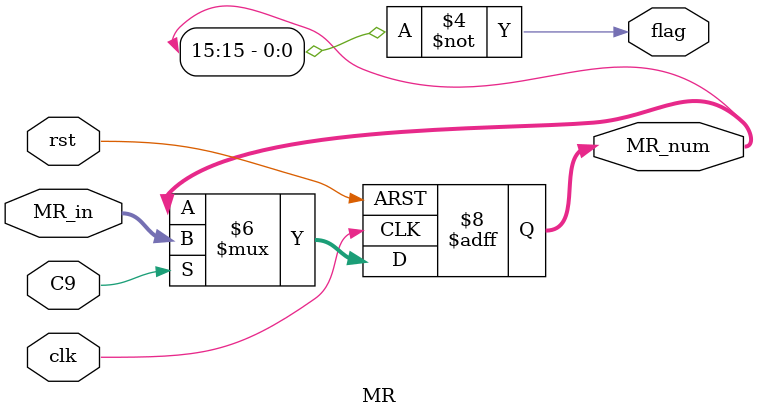
<source format=v>
module MR(
    input clk,
	 (*dont_touch = "true" *)input [15:0]MR_in,
	input rst,
	 (*dont_touch = "true" *)output reg [15:0]MR_num = 0,
	 (*dont_touch = "true" *)  input C9,
	 (*dont_touch = "true" *)  output flag
    );
always @(negedge clk or  negedge rst)
    begin
        if (~rst) 
        begin
        MR_num <= 0;
        end
        else
            begin
                if(C9==1) MR_num <= MR_in;
                 
            end
        
	end
	    assign flag = ~MR_num[15];

endmodule

</source>
